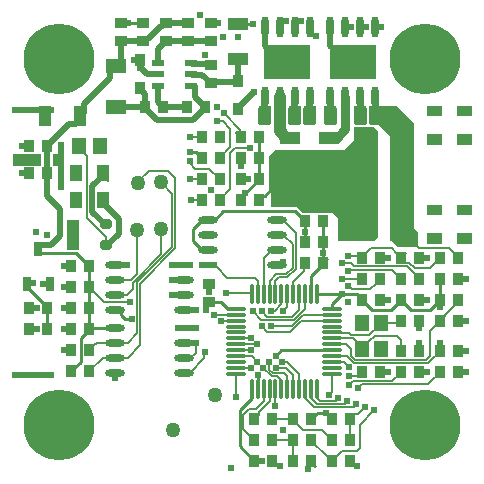
<source format=gbl>
G04*
G04 #@! TF.GenerationSoftware,Altium Limited,Altium Designer,20.0.2 (26)*
G04*
G04 Layer_Physical_Order=4*
G04 Layer_Color=16711680*
%FSLAX25Y25*%
%MOIN*%
G70*
G01*
G75*
%ADD10C,0.01000*%
%ADD11C,0.00600*%
%ADD25R,0.06000X0.10000*%
%ADD47C,0.02400*%
%ADD48C,0.05000*%
%ADD49C,0.23622*%
%ADD50C,0.02000*%
%ADD52R,0.02559X0.04528*%
%ADD53O,0.07087X0.01181*%
%ADD54O,0.01181X0.07087*%
%ADD55R,0.07087X0.04449*%
%ADD56R,0.03661X0.03858*%
%ADD57R,0.15748X0.11810*%
%ADD58O,0.02362X0.07079*%
%ADD59R,0.03268X0.03937*%
%ADD60R,0.06500X0.05000*%
%ADD61R,0.03858X0.03661*%
%ADD62R,0.04331X0.02362*%
%ADD63R,0.04000X0.05500*%
%ADD64R,0.04449X0.07087*%
%ADD65O,0.06496X0.02362*%
%ADD66R,0.06496X0.02362*%
%ADD67R,0.03937X0.03150*%
G04:AMPARAMS|DCode=68|XSize=39.37mil|YSize=31.5mil|CornerRadius=0mil|HoleSize=0mil|Usage=FLASHONLY|Rotation=0.000|XOffset=0mil|YOffset=0mil|HoleType=Round|Shape=Octagon|*
%AMOCTAGOND68*
4,1,8,0.01968,-0.00787,0.01968,0.00787,0.01181,0.01575,-0.01181,0.01575,-0.01968,0.00787,-0.01968,-0.00787,-0.01181,-0.01575,0.01181,-0.01575,0.01968,-0.00787,0.0*
%
%ADD68OCTAGOND68*%

%ADD69R,0.04567X0.05787*%
%ADD70R,0.04528X0.05512*%
%ADD71C,0.03000*%
%ADD72C,0.04000*%
%ADD73R,0.03996X0.10200*%
G36*
X129824Y127324D02*
X130124Y127024D01*
X135390Y127024D01*
X141324Y121090D01*
X141324Y86124D01*
X142924Y84524D01*
Y80424D01*
X142224Y79724D01*
X136224Y79724D01*
X134224Y81724D01*
Y81824D01*
X133424D01*
X133424Y116824D01*
X129624Y120624D01*
X127124D01*
X126424Y121324D01*
X126424Y126324D01*
X127124Y127024D01*
X127124D01*
X127424Y127324D01*
Y129724D01*
X129824D01*
Y127324D01*
D02*
G37*
G36*
X124824D02*
X125824Y126324D01*
Y121324D01*
X125124Y120624D01*
X122124D01*
X121424Y121324D01*
Y126324D01*
X122424Y127324D01*
Y129724D01*
X124824D01*
Y127324D01*
D02*
G37*
G36*
X114824D02*
X115824Y126324D01*
Y121324D01*
X115124Y120624D01*
X112124D01*
X111424Y121324D01*
Y126324D01*
X112424Y127324D01*
Y129724D01*
X114824D01*
Y127324D01*
D02*
G37*
G36*
X107924D02*
X108924Y126324D01*
Y121324D01*
X108224Y120624D01*
X105224D01*
X104524Y121324D01*
Y126324D01*
X105524Y127324D01*
Y129724D01*
X107924D01*
Y127324D01*
D02*
G37*
G36*
X102924D02*
X103924Y126324D01*
Y121324D01*
X103224Y120624D01*
X100224D01*
X99524Y121324D01*
Y126324D01*
X100524Y127324D01*
Y129724D01*
X102924D01*
Y127324D01*
D02*
G37*
G36*
X92924D02*
X93924Y126324D01*
Y121324D01*
X93224Y120624D01*
X90224D01*
X89524Y121324D01*
Y126324D01*
X90524Y127324D01*
Y129724D01*
X92924D01*
Y127324D01*
D02*
G37*
G36*
X129324Y118624D02*
X129324Y83171D01*
X128076Y81924D01*
X116224Y81924D01*
X116224Y89424D01*
X114424Y91224D01*
X104400Y91224D01*
X102300Y93324D01*
X93924Y93324D01*
X93924Y98023D01*
X93024Y98924D01*
X93024Y109956D01*
X95192Y112124D01*
X118168D01*
X121424Y115379D01*
X121424Y119924D01*
X128024D01*
X129324Y118624D01*
D02*
G37*
D10*
X146890Y58924D02*
X150192Y62225D01*
X12483Y67616D02*
X13263Y66837D01*
Y65732D02*
Y66837D01*
X72806Y88924D02*
X75025D01*
X70739D02*
X72806D01*
X19255Y52424D02*
Y59424D01*
X95323Y43547D02*
X97247Y45471D01*
X66692Y111424D02*
X68791D01*
X70692Y109522D01*
X45024Y56024D02*
X47324D01*
X41806Y58924D02*
X43265D01*
X43894Y58294D01*
Y57153D02*
Y58294D01*
Y57153D02*
X45024Y56024D01*
X89755Y95522D02*
X91086Y96853D01*
X91653D01*
X89755Y95424D02*
Y95522D01*
X91653Y96853D02*
X94224Y99424D01*
Y99424D01*
X67753Y81910D02*
X70739Y78924D01*
X67753Y85938D02*
X70739Y88924D01*
X67753Y81910D02*
Y85938D01*
X77938Y91836D02*
X101701D01*
X75025Y88924D02*
X77938Y91836D01*
X124192Y62324D02*
Y62422D01*
X122861Y63753D02*
X124192Y62422D01*
X122763Y63753D02*
X122861D01*
X122328Y64187D02*
X122763Y63753D01*
X117424Y64187D02*
X122328D01*
X111255Y74522D02*
X112586Y75853D01*
X111226Y74493D02*
X111255Y74522D01*
Y77924D02*
Y81424D01*
Y74522D02*
Y77924D01*
Y74424D02*
Y74522D01*
X111226Y74296D02*
Y74493D01*
X101701Y91836D02*
X105113Y88424D01*
X105192Y84924D02*
Y88424D01*
Y81424D02*
Y84924D01*
X109768Y72995D02*
X109924D01*
X107116Y70343D02*
X109768Y72995D01*
X109924D02*
X111226Y74296D01*
X107116Y64403D02*
Y70343D01*
X111255Y81424D02*
Y88424D01*
X107082Y64368D02*
X107116Y64403D01*
X82724Y154290D02*
X87724D01*
X88424Y117853D02*
X89755Y116522D01*
Y116424D02*
Y116522D01*
X33255Y59424D02*
Y66325D01*
X28954Y77824D02*
X33255Y73522D01*
Y52424D02*
Y59424D01*
X16224Y78603D02*
X17003Y77824D01*
X16224Y78603D02*
Y79231D01*
X17003Y77824D02*
X28954D01*
X109255Y24424D02*
X112192D01*
X108586Y23853D02*
X108684D01*
X109255Y24424D01*
X107255Y22424D02*
Y22522D01*
X108586Y23853D01*
X89755Y102325D02*
Y102424D01*
X85254Y97824D02*
X89755Y102325D01*
X85092Y97824D02*
X85254D01*
X89365Y32479D02*
Y37224D01*
Y32224D02*
Y32479D01*
X114169Y59250D02*
Y60932D01*
X117424Y64187D01*
X109050Y64271D02*
Y64368D01*
Y64271D02*
X109134Y64187D01*
X117424D01*
X150192Y62324D02*
Y69324D01*
X150192Y69324D01*
X97247Y45471D02*
X114169D01*
X83324Y13390D02*
X88192Y8522D01*
X83324Y13390D02*
Y25453D01*
X87397Y29526D02*
Y32479D01*
X83324Y25453D02*
X87397Y29526D01*
X79326Y59250D02*
X82279D01*
X77184Y61392D02*
X79326Y59250D01*
X73224Y61392D02*
X77184D01*
X82244Y59285D02*
X82279Y59250D01*
X89755Y109424D02*
Y116424D01*
Y102424D02*
Y109424D01*
X70739Y78924D02*
X72806D01*
X17924Y60754D02*
Y61071D01*
X13263Y65732D02*
X17924Y61071D01*
X43724Y154455D02*
X51224D01*
X17924Y60754D02*
X19255Y59424D01*
X94255Y8325D02*
Y8424D01*
X107255Y8325D02*
Y8424D01*
X70692Y109424D02*
Y109522D01*
X137192Y62225D02*
X140494Y58924D01*
X150192Y62225D02*
Y62324D01*
X140494Y58924D02*
X146890D01*
X107255Y8325D02*
X108586Y6995D01*
X120255Y8325D02*
Y8424D01*
X124192Y62225D02*
X127494Y58924D01*
X133792D02*
X135763Y60895D01*
X127494Y58924D02*
X133792D01*
X124192Y62225D02*
Y62324D01*
X137192Y62225D02*
Y62324D01*
X135861Y60895D02*
X137192Y62225D01*
X135763Y60895D02*
X135861D01*
X33255Y52325D02*
Y52424D01*
X30324Y49394D02*
X33255Y52325D01*
X30324Y41654D02*
Y49394D01*
X27192Y38424D02*
Y38522D01*
X30324Y41654D01*
X33255Y52424D02*
X33755Y52924D01*
X41806D01*
X33255Y66424D02*
Y73424D01*
X120255Y22424D02*
X120255Y22424D01*
X107255Y15325D02*
Y15424D01*
X112728Y9853D02*
X112861D01*
X114192Y8522D01*
X101192Y8424D02*
X101192Y8424D01*
X114192Y15424D02*
Y15522D01*
X112861Y16853D02*
X114192Y15522D01*
X112763Y16853D02*
X112861D01*
X101192Y22325D02*
Y22424D01*
X33255Y73424D02*
Y73522D01*
D11*
X49287Y85548D02*
Y85676D01*
Y70987D02*
Y85548D01*
X61924Y79381D02*
Y102724D01*
X95209Y58709D02*
X97239Y60739D01*
Y64368D02*
X97239Y64368D01*
X97239Y60739D02*
Y64368D01*
X97724Y58424D02*
X99208Y59908D01*
Y64368D01*
X94008Y58709D02*
X95209D01*
X93724Y58424D02*
X94008Y58709D01*
X97325Y41579D02*
X99124D01*
X103145Y32479D02*
Y37559D01*
X99124Y41579D02*
X103145Y37559D01*
X98625Y39622D02*
X101176Y37071D01*
X95323Y39622D02*
X98625D01*
X101176Y32479D02*
Y37071D01*
X94536Y37722D02*
X98225D01*
X99208Y36739D01*
X93278Y38980D02*
X94536Y37722D01*
X94122Y36722D02*
X95949D01*
X97239Y35432D01*
X93278Y38980D02*
Y41534D01*
X91279Y39565D02*
X94122Y36722D01*
X97239Y32479D02*
Y35432D01*
X99208Y32479D02*
Y36739D01*
X82279Y47439D02*
X89279D01*
X82279Y49408D02*
X87279D01*
X141724Y80924D02*
X143024Y79624D01*
X153053D02*
X156255Y76422D01*
X143024Y79624D02*
X153053D01*
X66924Y42924D02*
X68641Y44641D01*
Y47924D01*
X64641Y42924D02*
X66924D01*
X91334Y76284D02*
X93974Y78924D01*
X91334Y64368D02*
Y76284D01*
X93974Y78924D02*
X95641D01*
X75775Y73043D02*
X79193Y69624D01*
X88424D02*
X89365Y68682D01*
X79193Y69624D02*
X88424D01*
X73687Y73043D02*
X75775D01*
X72806Y73924D02*
X73687Y73043D01*
X114169Y37597D02*
X114169Y37597D01*
X114169Y31675D02*
Y37597D01*
X113224Y30730D02*
X114169Y31675D01*
X113224Y30424D02*
Y30730D01*
X121124Y35324D02*
X134192D01*
X119724Y33924D02*
X121124Y35324D01*
X124224Y34324D02*
X146192D01*
X123224Y33324D02*
X124224Y34324D01*
X114169Y41534D02*
X118113D01*
X119724Y39924D01*
Y39924D02*
Y39924D01*
X118302Y27502D02*
X119224Y28424D01*
X121420Y41224D02*
X146092D01*
X148563Y43694D01*
X148661D02*
X150192Y45225D01*
X148563Y43694D02*
X148661D01*
X150192Y45225D02*
Y45324D01*
X146724Y43555D02*
Y51757D01*
X121834Y42224D02*
X145392D01*
X146724Y43555D01*
X119141Y43502D02*
X121420Y41224D01*
X120424Y43634D02*
X121834Y42224D01*
X114169Y43502D02*
X119141D01*
X120424Y43634D02*
Y45824D01*
X120424Y50524D02*
X126382D01*
X114280Y51265D02*
X119682D01*
X120424Y50524D01*
X128057Y52198D02*
X128409D01*
X126382Y50524D02*
X128057Y52198D01*
X128409D02*
X130373Y54162D01*
Y54654D01*
X126467Y48449D02*
X128295Y50276D01*
X126038Y48449D02*
X126467D01*
X128295Y50276D02*
X135821D01*
X137192Y48905D01*
Y45324D02*
Y48905D01*
X124074Y46485D02*
X126038Y48449D01*
X114169Y51376D02*
X114280Y51265D01*
X124074Y45993D02*
Y46485D01*
X114169Y49408D02*
X121151D01*
X124074Y46485D01*
X120224Y36924D02*
X122792D01*
X124192Y38324D01*
X122853Y24053D02*
X125224Y26424D01*
X121786Y24053D02*
X122853D01*
X120255Y22424D02*
Y22522D01*
X121786Y24053D01*
X123428Y20628D02*
X128224Y25424D01*
X123428Y12824D02*
Y20628D01*
X108137Y26502D02*
X121302D01*
X122224Y27424D01*
X109106Y27502D02*
X118302D01*
X115302Y28502D02*
X116224Y29424D01*
X110135Y28502D02*
X115302D01*
X126755Y65824D02*
X128626Y67694D01*
X119424Y66746D02*
X119752D01*
X120675Y65824D01*
X126755D01*
X124174Y69305D02*
X124192Y69324D01*
X117424Y69305D02*
X124174D01*
X139155Y73424D02*
X141626Y70953D01*
X121346Y73424D02*
X139155D01*
X117424Y74424D02*
X120346D01*
X121346Y73424D01*
X119768Y72209D02*
X120560D01*
X119424Y71865D02*
X119768Y72209D01*
X120560D02*
X120675Y72324D01*
X134192D01*
X123533Y76983D02*
X124192Y76324D01*
X119424Y76983D02*
X123533D01*
X156255Y76324D02*
Y76422D01*
X134192Y72324D02*
X135563Y70953D01*
X150192Y76225D02*
Y76324D01*
X146791Y72824D02*
X150192Y76225D01*
X141794Y72824D02*
X146791D01*
X137192Y76225D02*
Y76324D01*
Y76225D02*
X138723Y74695D01*
X139923D01*
X141794Y72824D01*
X141626Y70953D02*
X141724D01*
X124192Y76422D02*
X127204Y79434D01*
X134082D02*
X135563Y77953D01*
X127204Y79434D02*
X134082D01*
X136432Y84924D02*
Y86924D01*
X150192Y76324D02*
Y76422D01*
X148661Y77953D02*
X150192Y76422D01*
X137192D02*
X138723Y77953D01*
X138590Y83105D02*
Y84424D01*
X81779Y112724D02*
X86724D01*
X80279Y111224D02*
X81779Y112724D01*
X80279Y99046D02*
Y111224D01*
X97724Y88924D02*
X102024Y84624D01*
X99125Y69724D02*
X102024Y72622D01*
Y84624D01*
X98711Y70724D02*
X101024Y73036D01*
Y80824D01*
X97924Y83924D02*
X101024Y80824D01*
X96469Y69724D02*
X99125D01*
X95524Y70724D02*
X98711D01*
X101176Y68275D02*
X104924Y72022D01*
Y73424D02*
X105192Y73692D01*
X104924Y72022D02*
Y73424D01*
X101176Y64368D02*
Y68275D01*
X82161Y117954D02*
Y118053D01*
X77996Y124424D02*
X83518Y118901D01*
X82161Y117954D02*
X83692Y116424D01*
X83518Y116597D02*
X83692Y116424D01*
X83518Y116597D02*
Y118901D01*
X67224Y95424D02*
X70692D01*
X135563Y77953D02*
X135661D01*
X137192Y76422D01*
X38255Y61424D02*
X46724D01*
X33255Y66325D02*
Y66424D01*
Y66325D02*
X34786Y64794D01*
X34884D01*
X38255Y61424D01*
X47724Y68009D02*
X57161Y77446D01*
X47724Y65904D02*
Y68009D01*
X45743Y63924D02*
X47724Y65904D01*
X49224Y51179D02*
Y68095D01*
X45968Y47924D02*
X49224Y51179D01*
X41806Y47924D02*
X45968D01*
X49224Y68095D02*
X60924Y79795D01*
X50224Y47179D02*
Y67681D01*
X45968Y42924D02*
X50224Y47179D01*
X41806Y42924D02*
X45968D01*
X50224Y67681D02*
X61924Y79381D01*
X82257Y57260D02*
X82279Y57282D01*
X74844Y57260D02*
X82257D01*
X74822Y57238D02*
X74844Y57260D01*
X95271Y26479D02*
Y32479D01*
X84624Y19091D02*
Y24027D01*
X89365Y64368D02*
Y68682D01*
X148661Y36694D02*
X150192Y38225D01*
X146192Y34324D02*
X148563Y36694D01*
X148661D01*
X78724Y64424D02*
X87342D01*
X87397Y64368D01*
Y63726D02*
Y64368D01*
X103942Y55313D02*
X114169D01*
X100152Y51524D02*
X103942Y55313D01*
X92624Y51524D02*
X100152D01*
X90724Y53424D02*
X92624Y51524D01*
X100638Y53424D02*
X104496Y57282D01*
X93724Y53424D02*
X100638D01*
X87724Y58424D02*
X90624Y55524D01*
X90724Y58424D02*
X92624Y56524D01*
X100909D01*
X47224Y68924D02*
X49287Y70987D01*
X41806Y68924D02*
X47224D01*
X60924Y79795D02*
Y97661D01*
X57161Y77446D02*
Y85676D01*
X37657Y42924D02*
X41806D01*
X35755Y47924D02*
X41806D01*
X122428Y11824D02*
X123428Y12824D01*
X117592Y11824D02*
X122428D01*
X114192Y8424D02*
Y8522D01*
X115723Y10053D01*
X115821D01*
X117592Y11824D01*
X105113Y29526D02*
Y32479D01*
Y29526D02*
X108137Y26502D01*
X107082Y29526D02*
Y32479D01*
Y29526D02*
X109106Y27502D01*
X109050Y29587D02*
Y32479D01*
Y29587D02*
X110135Y28502D01*
X67192Y102424D02*
X70692D01*
X28625Y104522D02*
X28724Y104424D01*
X134192Y35324D02*
X135563Y36694D01*
X151723Y56854D02*
Y57284D01*
X154724Y60285D01*
Y60793D01*
X156255Y62324D01*
X89322Y32522D02*
X89365Y32479D01*
X84624Y24027D02*
X86621Y26024D01*
X88824D02*
X91334Y28534D01*
X86621Y26024D02*
X88824D01*
X84624Y19091D02*
X88192Y15522D01*
X82279Y29924D02*
Y37597D01*
X82279Y37597D01*
X82169Y55313D02*
X82224Y55369D01*
X82279Y55313D01*
X77279D02*
X82169D01*
X76094Y121824D02*
X77723D01*
X80279Y113046D02*
Y119269D01*
X77723Y121824D02*
X80279Y119269D01*
X75924Y121994D02*
X76094Y121824D01*
X105113Y59313D02*
Y64368D01*
X90624Y55524D02*
X101324D01*
X105113Y59313D01*
X103145Y58759D02*
Y64368D01*
X100909Y56524D02*
X103145Y58759D01*
X104496Y57282D02*
X114169D01*
X64641Y37924D02*
X66708D01*
X71616Y42832D01*
Y44905D01*
X71643Y44932D01*
X32424Y89535D02*
X38735Y83224D01*
Y80424D02*
Y83224D01*
X32424Y89535D02*
Y110109D01*
X29720Y112813D02*
X32424Y110109D01*
X93302Y68502D02*
X95524Y70724D01*
X95271Y68526D02*
X96469Y69724D01*
X93302Y64368D02*
Y68502D01*
X95271Y64368D02*
Y68526D01*
X37724Y103712D02*
Y104424D01*
Y103712D02*
X39424Y102012D01*
X82279Y43502D02*
X87310D01*
X89279Y41534D01*
Y41534D02*
Y41534D01*
X88192Y22424D02*
X89723Y23954D01*
Y24923D02*
X93302Y28502D01*
X89723Y23954D02*
Y24923D01*
X93302Y28502D02*
Y32479D01*
X91334Y28534D02*
Y32479D01*
X82279Y39565D02*
X87279D01*
X82279Y45471D02*
X87279D01*
X76755Y109522D02*
X80279Y113046D01*
X76755Y109424D02*
Y109522D01*
Y95424D02*
Y95522D01*
X80279Y99046D01*
X150192Y55324D02*
X151723Y56854D01*
X76755Y102424D02*
Y102522D01*
X73254Y106024D02*
X76755Y102522D01*
X68424Y106024D02*
X73254D01*
X66724Y107724D02*
X68424Y106024D01*
X76755Y116424D02*
Y116522D01*
X66724Y116424D02*
X70692D01*
X124192Y76324D02*
Y76422D01*
X137192Y76324D02*
Y76422D01*
X150192Y38225D02*
Y38324D01*
X137192Y38225D02*
Y38324D01*
X135661Y36694D02*
X137192Y38225D01*
X135563Y36694D02*
X135661D01*
X118808Y47439D02*
X120424Y45824D01*
X130373Y54654D02*
X136523D01*
X137192Y55324D01*
X36728Y113424D02*
X36928Y113224D01*
X29720Y112813D02*
Y113424D01*
X33255Y45424D02*
Y45522D01*
X34786Y47053D01*
X34884D01*
X35755Y47924D01*
X33255Y38424D02*
Y38522D01*
X37657Y42924D01*
X150192Y55225D02*
Y55324D01*
X146724Y51757D02*
X150192Y55225D01*
X114169Y47439D02*
X118808D01*
X88192Y15424D02*
Y15522D01*
X120255Y15424D02*
Y22424D01*
X107255Y15325D02*
X112728Y9853D01*
X101192Y8424D02*
Y15424D01*
X94255D02*
X101192D01*
X110692Y18924D02*
X112763Y16853D01*
X101192Y22325D02*
X104594Y18924D01*
X110692D01*
X94255Y22424D02*
X101192D01*
X143255Y69324D02*
Y69422D01*
X141724Y70953D02*
X143255Y69422D01*
X137192Y69324D02*
Y69422D01*
X135661Y70953D02*
X137192Y69422D01*
X135563Y70953D02*
X135661D01*
X130255Y69225D02*
Y69324D01*
X128724Y67694D02*
X130255Y69225D01*
X128626Y67694D02*
X128724D01*
X41806Y63924D02*
X45743D01*
X59324Y105324D02*
X61924Y102724D01*
X57161Y101424D02*
X60924Y97661D01*
X49287Y101424D02*
X53187Y105324D01*
X59324D01*
X95641Y83924D02*
X97924D01*
X95641Y88924D02*
X97724D01*
D25*
X136432Y86924D02*
D03*
X125015D02*
D03*
X136432Y100924D02*
D03*
X125015D02*
D03*
X136432Y114924D02*
D03*
X125015D02*
D03*
D47*
X15417Y84724D02*
D03*
X14424Y67824D02*
D03*
X15724Y59424D02*
D03*
X97724Y58424D02*
D03*
X95323Y43547D02*
D03*
X93724Y53424D02*
D03*
X97325Y41579D02*
D03*
X95323Y39622D02*
D03*
X93278Y41534D02*
D03*
X89279Y47439D02*
D03*
X87279Y49408D02*
D03*
X91279Y39565D02*
D03*
X138724Y80924D02*
D03*
Y82424D02*
D03*
X46224Y154455D02*
D03*
X94224Y100924D02*
D03*
X95724Y99424D02*
D03*
X94224Y102424D02*
D03*
X95724D02*
D03*
X97224Y99424D02*
D03*
Y100924D02*
D03*
X94224Y103924D02*
D03*
X95724D02*
D03*
X98724Y99424D02*
D03*
Y100924D02*
D03*
X146724Y81924D02*
D03*
Y83424D02*
D03*
X148224D02*
D03*
X149724D02*
D03*
X148224Y81924D02*
D03*
X149724D02*
D03*
X159724D02*
D03*
X158224D02*
D03*
X159724Y83424D02*
D03*
X158224D02*
D03*
X156724D02*
D03*
Y81924D02*
D03*
X119724Y39924D02*
D03*
Y33924D02*
D03*
X122724Y32924D02*
D03*
X119224Y28424D02*
D03*
X119724Y36924D02*
D03*
X119424Y76983D02*
D03*
X156724Y125924D02*
D03*
Y124424D02*
D03*
X158224D02*
D03*
X159724D02*
D03*
X158224Y125924D02*
D03*
X159724D02*
D03*
X149724D02*
D03*
X148224D02*
D03*
X149724Y124424D02*
D03*
X148224D02*
D03*
X146724D02*
D03*
Y125924D02*
D03*
X141724Y82424D02*
D03*
Y80924D02*
D03*
X140224D02*
D03*
Y82424D02*
D03*
X127824Y108624D02*
D03*
Y107124D02*
D03*
X126324D02*
D03*
Y108624D02*
D03*
X121824Y107124D02*
D03*
Y108624D02*
D03*
X123324D02*
D03*
Y107124D02*
D03*
X24696Y66419D02*
D03*
X17824Y67616D02*
D03*
X94224Y99424D02*
D03*
X95724Y100924D02*
D03*
X117590Y110424D02*
D03*
X119090D02*
D03*
Y108924D02*
D03*
X145755Y76324D02*
D03*
X124824Y108624D02*
D03*
Y107124D02*
D03*
X83692Y106924D02*
D03*
X86724Y112724D02*
D03*
X105724Y123824D02*
D03*
X102724Y125824D02*
D03*
X105724Y121824D02*
D03*
X102724D02*
D03*
X105724Y125824D02*
D03*
X102724Y123824D02*
D03*
X148224Y92924D02*
D03*
Y91424D02*
D03*
X149724Y92924D02*
D03*
Y91424D02*
D03*
X146724D02*
D03*
Y92924D02*
D03*
X127624Y125824D02*
D03*
X129624D02*
D03*
Y123824D02*
D03*
Y121824D02*
D03*
X127624D02*
D03*
Y123824D02*
D03*
X107724Y125824D02*
D03*
Y123824D02*
D03*
Y121824D02*
D03*
X159724Y92924D02*
D03*
X158224D02*
D03*
X156724D02*
D03*
Y91424D02*
D03*
X158224D02*
D03*
X159724D02*
D03*
X156724Y114924D02*
D03*
X158224D02*
D03*
X159724D02*
D03*
Y116424D02*
D03*
X158224D02*
D03*
X156724D02*
D03*
X90724Y123824D02*
D03*
Y121824D02*
D03*
X92724D02*
D03*
Y123824D02*
D03*
Y125824D02*
D03*
X90724D02*
D03*
X122624Y123824D02*
D03*
Y121824D02*
D03*
X124624D02*
D03*
Y123824D02*
D03*
Y125824D02*
D03*
X122624D02*
D03*
X112624Y123824D02*
D03*
Y121824D02*
D03*
X114624D02*
D03*
Y123824D02*
D03*
Y125824D02*
D03*
X112624D02*
D03*
X108724Y150124D02*
D03*
X103724Y155124D02*
D03*
X98724D02*
D03*
X87724Y154290D02*
D03*
X88224Y131424D02*
D03*
X82924Y149953D02*
D03*
X100724Y123824D02*
D03*
Y121824D02*
D03*
Y125824D02*
D03*
X77996Y124424D02*
D03*
X146724Y116424D02*
D03*
X148224D02*
D03*
X149724D02*
D03*
Y114924D02*
D03*
X148224D02*
D03*
X146724D02*
D03*
X73224Y64955D02*
D03*
X105192Y84924D02*
D03*
X24692Y73424D02*
D03*
X23692Y99924D02*
D03*
Y101924D02*
D03*
Y113924D02*
D03*
Y111924D02*
D03*
Y103924D02*
D03*
Y105924D02*
D03*
X46724Y61424D02*
D03*
X60641Y63924D02*
D03*
X45806Y73924D02*
D03*
X86104Y102512D02*
D03*
X60641Y73924D02*
D03*
X90692Y8424D02*
D03*
X26912Y83224D02*
D03*
X47324Y56024D02*
D03*
X24692Y59424D02*
D03*
Y52424D02*
D03*
X74822Y57238D02*
D03*
X68641Y58924D02*
D03*
X95224Y26924D02*
D03*
X75724Y126394D02*
D03*
X120624Y153124D02*
D03*
X71724Y143924D02*
D03*
X143255Y47824D02*
D03*
Y52824D02*
D03*
X158755Y45324D02*
D03*
Y55324D02*
D03*
Y38324D02*
D03*
X145755D02*
D03*
X78724Y64424D02*
D03*
X90724Y58424D02*
D03*
X87724D02*
D03*
X93724D02*
D03*
X67224Y95424D02*
D03*
X68641Y52924D02*
D03*
X122224Y27424D02*
D03*
X113224Y30424D02*
D03*
X116224Y29424D02*
D03*
X119424Y61628D02*
D03*
X130624Y153124D02*
D03*
X112192Y24424D02*
D03*
X128224Y25424D02*
D03*
X125224Y26424D02*
D03*
X125624Y153124D02*
D03*
X41806Y36124D02*
D03*
X97724Y18924D02*
D03*
X60641Y68924D02*
D03*
X66724Y102424D02*
D03*
X23692Y107924D02*
D03*
Y109924D02*
D03*
X22192Y107924D02*
D03*
Y109924D02*
D03*
X16192D02*
D03*
Y107924D02*
D03*
X14692Y109924D02*
D03*
Y107924D02*
D03*
X13192Y109924D02*
D03*
Y107924D02*
D03*
X11692Y109924D02*
D03*
Y107924D02*
D03*
X8692Y109924D02*
D03*
X10192Y107924D02*
D03*
X8692D02*
D03*
X10192Y109924D02*
D03*
X10692Y104424D02*
D03*
X158755Y69324D02*
D03*
X117424Y64187D02*
D03*
X150192Y59824D02*
D03*
X150192Y47824D02*
D03*
X89365Y37224D02*
D03*
X80355Y6191D02*
D03*
X82279Y29924D02*
D03*
X68641Y47924D02*
D03*
X77279Y55313D02*
D03*
X111255Y77924D02*
D03*
X72224Y58892D02*
D03*
X97641Y74924D02*
D03*
X77924Y149953D02*
D03*
X50224Y139569D02*
D03*
X24692Y45424D02*
D03*
X70124Y157351D02*
D03*
X122624Y6924D02*
D03*
X106282Y5924D02*
D03*
X96655Y6924D02*
D03*
X90724Y53424D02*
D03*
X71643Y44932D02*
D03*
X15724Y52424D02*
D03*
X18501Y37329D02*
D03*
X16501D02*
D03*
X14502D02*
D03*
X12502D02*
D03*
X10502D02*
D03*
X8501D02*
D03*
X48024Y142069D02*
D03*
X76224Y154455D02*
D03*
X93224Y143424D02*
D03*
X95224Y145424D02*
D03*
X93224Y141424D02*
D03*
Y139424D02*
D03*
X95224Y141424D02*
D03*
X97224Y137424D02*
D03*
X95224D02*
D03*
X99224D02*
D03*
X103224D02*
D03*
X101224D02*
D03*
X105224D02*
D03*
Y139424D02*
D03*
X97224D02*
D03*
Y141424D02*
D03*
X101224Y139424D02*
D03*
X99224Y141424D02*
D03*
X97224Y143424D02*
D03*
X99224Y145424D02*
D03*
X97224D02*
D03*
X101224Y141424D02*
D03*
Y143424D02*
D03*
X105224Y141424D02*
D03*
X103224D02*
D03*
Y145424D02*
D03*
X101224D02*
D03*
X105224Y143424D02*
D03*
Y145424D02*
D03*
X115124Y143424D02*
D03*
X117124Y145424D02*
D03*
X115124Y141424D02*
D03*
X117124Y137424D02*
D03*
X121124D02*
D03*
X119124D02*
D03*
X115124Y139424D02*
D03*
X117124Y141424D02*
D03*
X119124Y139424D02*
D03*
Y141424D02*
D03*
X123124Y137424D02*
D03*
Y139424D02*
D03*
X127124Y137424D02*
D03*
X125124D02*
D03*
Y141424D02*
D03*
X121124D02*
D03*
X127124Y139424D02*
D03*
Y141424D02*
D03*
X123124D02*
D03*
X119124Y143424D02*
D03*
X127124D02*
D03*
X123124D02*
D03*
X121124Y145424D02*
D03*
X119124D02*
D03*
X127124D02*
D03*
X123124D02*
D03*
X125124D02*
D03*
X115124D02*
D03*
X93224D02*
D03*
X73723Y98936D02*
D03*
X87279Y39565D02*
D03*
Y45471D02*
D03*
X117424Y69305D02*
D03*
X119424Y66746D02*
D03*
X89279Y41534D02*
D03*
X117424Y74424D02*
D03*
X119424Y71865D02*
D03*
X28412Y83224D02*
D03*
X26912Y84724D02*
D03*
X28412D02*
D03*
X20502Y37329D02*
D03*
X85092Y97824D02*
D03*
X75924Y121994D02*
D03*
X66724Y111424D02*
D03*
Y108424D02*
D03*
X19255Y83924D02*
D03*
X10692Y113424D02*
D03*
X132755Y76324D02*
D03*
X145755Y62324D02*
D03*
X132755D02*
D03*
X132755Y38324D02*
D03*
X66724Y116424D02*
D03*
X12502Y125518D02*
D03*
X14502D02*
D03*
X10502D02*
D03*
X8501D02*
D03*
X16501D02*
D03*
X18501D02*
D03*
X20502D02*
D03*
D48*
X57024Y85724D02*
D03*
X49287Y85548D02*
D03*
X57124Y101604D02*
D03*
X49297Y101313D02*
D03*
X61105Y18924D02*
D03*
X75224Y30548D02*
D03*
D49*
X145247Y142447D02*
D03*
Y20400D02*
D03*
X23200D02*
D03*
Y142447D02*
D03*
D50*
X50224Y139569D02*
X50332D01*
X82724Y126113D02*
X83358Y126746D01*
X83547D01*
X88224Y131424D01*
X82724Y125778D02*
Y126113D01*
X56031Y137605D02*
X56212Y137424D01*
X52296Y137605D02*
X56031D01*
X50332Y139569D02*
X52296Y137605D01*
X50824Y148392D02*
X51654Y149223D01*
X113624Y146924D02*
Y153124D01*
Y146924D02*
X115124Y145424D01*
X91724Y146924D02*
X93224Y145424D01*
X91724Y146924D02*
Y153124D01*
X39129Y80424D02*
X43024Y84318D01*
X30090Y122105D02*
Y123424D01*
X82724Y135069D02*
Y142558D01*
X82724Y142558D01*
X73724Y134392D02*
X74062Y134731D01*
X82385D01*
X82724Y135069D01*
X67235Y137424D02*
X67417Y137242D01*
X70775D01*
X73625Y134392D01*
X73724D01*
X73196Y140983D02*
X73724Y140455D01*
X67417Y140983D02*
X73196D01*
X67235Y141164D02*
X67417Y140983D01*
X58724Y148392D02*
X73724D01*
X58724Y148392D02*
X58724Y148392D01*
X56212Y141164D02*
Y145979D01*
X58625Y148392D01*
X58724D01*
X56212Y128065D02*
Y133684D01*
Y128065D02*
X57755Y126522D01*
Y126424D02*
Y126522D01*
Y126424D02*
X65692D01*
X51692Y126325D02*
Y126424D01*
Y126325D02*
X55694Y122324D01*
X71755Y126325D02*
Y126424D01*
X67753Y122324D02*
X71755Y126325D01*
X55694Y122324D02*
X67753D01*
X67235Y133684D02*
X68220D01*
X68401Y133502D01*
Y129876D02*
Y133502D01*
Y129876D02*
X71755Y126522D01*
Y126424D02*
Y126522D01*
X51692Y126424D02*
Y130975D01*
X50224Y132443D02*
X51692Y130975D01*
X50224Y132443D02*
Y132778D01*
X42224Y126674D02*
X42349Y126549D01*
X51567D01*
X51692Y126424D01*
X57124Y153624D02*
X57893D01*
X51654Y149223D02*
X52723D01*
X57124Y153624D01*
X57893D02*
X58724Y154455D01*
X66224D01*
X31314Y127535D02*
X39974Y136195D01*
X31314Y124648D02*
Y127535D01*
X39974Y136195D02*
Y138674D01*
X41474Y140174D02*
X42224D01*
X39974Y138674D02*
X41474Y140174D01*
X30090Y123424D02*
X31314Y124648D01*
X43724Y141674D02*
Y148392D01*
X42224Y140174D02*
X43724Y141674D01*
X50824Y148392D02*
X51224D01*
X43724D02*
X50824D01*
X66224Y154455D02*
X66224Y154455D01*
X58725Y148392D02*
X58824D01*
X34124Y100074D02*
X37724Y103674D01*
X34124Y91642D02*
Y100074D01*
Y91642D02*
X38342Y87424D01*
X16224Y80215D02*
X16503Y80494D01*
X20494D02*
X23624Y83624D01*
X16503Y80494D02*
X20494D01*
X16224Y79231D02*
Y80215D01*
X23624Y83624D02*
Y92624D01*
X19255Y96992D02*
X23624Y92624D01*
X38342Y87424D02*
X38735D01*
X37724Y94674D02*
X43024Y89374D01*
X38735Y80424D02*
X39129D01*
X43024Y84318D02*
Y89374D01*
X37724Y94674D02*
Y95424D01*
X19255Y96992D02*
Y104424D01*
Y113424D01*
Y113522D01*
X26613Y120880D01*
X28865D01*
X30090Y122105D01*
D52*
X16224Y79231D02*
D03*
X12483Y67616D02*
D03*
X19964D02*
D03*
D53*
X114169Y59250D02*
D03*
Y57282D02*
D03*
Y55313D02*
D03*
Y53345D02*
D03*
Y51376D02*
D03*
Y49408D02*
D03*
Y47439D02*
D03*
Y45471D02*
D03*
Y43502D02*
D03*
Y41534D02*
D03*
Y39565D02*
D03*
Y37597D02*
D03*
X82279D02*
D03*
Y39565D02*
D03*
Y41534D02*
D03*
Y43502D02*
D03*
Y45471D02*
D03*
Y47439D02*
D03*
Y49408D02*
D03*
Y51376D02*
D03*
Y53345D02*
D03*
Y55313D02*
D03*
Y57282D02*
D03*
Y59250D02*
D03*
D54*
X109050Y32479D02*
D03*
X107082D02*
D03*
X105113D02*
D03*
X103145D02*
D03*
X101176D02*
D03*
X99208D02*
D03*
X97239D02*
D03*
X95271D02*
D03*
X93302D02*
D03*
X91334D02*
D03*
X89365D02*
D03*
X87397D02*
D03*
Y64368D02*
D03*
X89365D02*
D03*
X91334D02*
D03*
X93302D02*
D03*
X95271D02*
D03*
X97239D02*
D03*
X99208D02*
D03*
X101176D02*
D03*
X103145D02*
D03*
X105113D02*
D03*
X107082D02*
D03*
X109050D02*
D03*
D55*
X100224Y116290D02*
D03*
Y104558D02*
D03*
X113224D02*
D03*
Y116290D02*
D03*
X82724Y154290D02*
D03*
Y142558D02*
D03*
D56*
X105192Y74424D02*
D03*
X111255D02*
D03*
X111255Y81424D02*
D03*
X105192D02*
D03*
Y88424D02*
D03*
X111255D02*
D03*
X89755Y116424D02*
D03*
X83692D02*
D03*
X156255Y69324D02*
D03*
X150192D02*
D03*
X124192Y38324D02*
D03*
X130255D02*
D03*
X150192D02*
D03*
X156255D02*
D03*
X137192D02*
D03*
X143255D02*
D03*
X124192Y69324D02*
D03*
X130255D02*
D03*
X143255D02*
D03*
X137192D02*
D03*
X83692Y109424D02*
D03*
X89755D02*
D03*
X76755Y95424D02*
D03*
X70692D02*
D03*
X71755Y126424D02*
D03*
X65692D02*
D03*
X51692D02*
D03*
X57755D02*
D03*
X27192Y52424D02*
D03*
X33255D02*
D03*
X27192Y66424D02*
D03*
X33255D02*
D03*
X150192Y45324D02*
D03*
X156255D02*
D03*
X19255Y113424D02*
D03*
X13192D02*
D03*
X130255Y76324D02*
D03*
X124192D02*
D03*
X143255D02*
D03*
X137192D02*
D03*
X150192D02*
D03*
X156255D02*
D03*
X137192Y45324D02*
D03*
X143255D02*
D03*
Y55324D02*
D03*
X137192D02*
D03*
Y62324D02*
D03*
X143255D02*
D03*
X33255Y38424D02*
D03*
X27192D02*
D03*
X13192Y52424D02*
D03*
X19255D02*
D03*
X13192Y104424D02*
D03*
X19255D02*
D03*
X13192Y59424D02*
D03*
X19255D02*
D03*
X76755Y116424D02*
D03*
X70692D02*
D03*
X89755Y102424D02*
D03*
X83692D02*
D03*
X70692Y109424D02*
D03*
X76755D02*
D03*
X83692Y95424D02*
D03*
X89755D02*
D03*
X70692Y102424D02*
D03*
X76755D02*
D03*
X120255Y8424D02*
D03*
X114192D02*
D03*
Y22424D02*
D03*
X120255D02*
D03*
X107255Y8424D02*
D03*
X101192D02*
D03*
X88192Y22424D02*
D03*
X94255D02*
D03*
X88192Y15424D02*
D03*
X94255D02*
D03*
X107255Y22424D02*
D03*
X101192D02*
D03*
X114192Y15424D02*
D03*
X120255D02*
D03*
X101192D02*
D03*
X107255D02*
D03*
X33255Y45424D02*
D03*
X27192D02*
D03*
X33255Y73424D02*
D03*
X27192D02*
D03*
X33255Y59424D02*
D03*
X27192D02*
D03*
X156255Y62324D02*
D03*
X150192D02*
D03*
X94255Y8424D02*
D03*
X88192D02*
D03*
X150192Y55324D02*
D03*
X156255D02*
D03*
X130255Y62324D02*
D03*
X124192D02*
D03*
D57*
X99224Y141424D02*
D03*
X121124D02*
D03*
D58*
X91724Y153124D02*
D03*
X96724D02*
D03*
X101724D02*
D03*
X106724D02*
D03*
X91724Y129724D02*
D03*
X96724D02*
D03*
X101724D02*
D03*
X106724D02*
D03*
X128624D02*
D03*
X123624D02*
D03*
X118624D02*
D03*
X113624D02*
D03*
X128624Y153124D02*
D03*
X123624D02*
D03*
X118624D02*
D03*
X113624D02*
D03*
D59*
X82724Y135069D02*
D03*
Y125778D02*
D03*
X50224Y132778D02*
D03*
Y142069D02*
D03*
D60*
X42224Y126674D02*
D03*
Y140174D02*
D03*
D61*
X73724Y140455D02*
D03*
Y134392D02*
D03*
Y148392D02*
D03*
Y154455D02*
D03*
X66224Y154455D02*
D03*
Y148392D02*
D03*
X58724Y148392D02*
D03*
Y154455D02*
D03*
X51224Y148392D02*
D03*
Y154455D02*
D03*
X43724Y148392D02*
D03*
Y154455D02*
D03*
X73224Y67455D02*
D03*
Y61392D02*
D03*
D62*
X56212Y133684D02*
D03*
Y137424D02*
D03*
Y141164D02*
D03*
X67235D02*
D03*
Y137424D02*
D03*
Y133684D02*
D03*
D63*
X37724Y104424D02*
D03*
X28724D02*
D03*
X37724Y95424D02*
D03*
X28724D02*
D03*
D64*
X30090Y123424D02*
D03*
X18358D02*
D03*
D65*
X41806Y58924D02*
D03*
Y63924D02*
D03*
Y68924D02*
D03*
Y73924D02*
D03*
X64641Y58924D02*
D03*
Y63924D02*
D03*
Y68924D02*
D03*
X41806Y37924D02*
D03*
Y42924D02*
D03*
Y47924D02*
D03*
Y52924D02*
D03*
X64641Y37924D02*
D03*
Y42924D02*
D03*
Y47924D02*
D03*
X95641Y88924D02*
D03*
Y83924D02*
D03*
Y78924D02*
D03*
Y73924D02*
D03*
X72806Y88924D02*
D03*
Y83924D02*
D03*
Y78924D02*
D03*
D66*
X64641Y73924D02*
D03*
Y52924D02*
D03*
X72806Y73924D02*
D03*
D67*
X27712Y80424D02*
D03*
Y87424D02*
D03*
D68*
X38735Y80424D02*
D03*
Y87424D02*
D03*
D69*
X36728Y113424D02*
D03*
X29720D02*
D03*
D70*
X124074Y54654D02*
D03*
X130373Y45993D02*
D03*
X124074D02*
D03*
X130373Y54654D02*
D03*
D71*
X113948Y116014D02*
X115314D01*
X118624Y119324D01*
Y129724D01*
D72*
X98905Y116290D02*
X100224D01*
X96724Y118471D02*
X98905Y116290D01*
X96724Y118471D02*
Y129724D01*
D73*
X27722Y83924D02*
D03*
M02*

</source>
